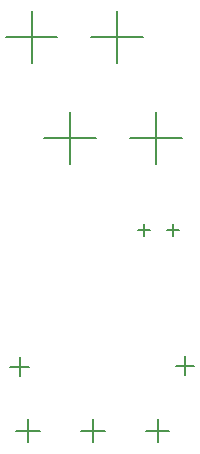
<source format=gbr>
G04*
G04 #@! TF.GenerationSoftware,Altium Limited,Altium Designer,23.4.1 (23)*
G04*
G04 Layer_Color=128*
%FSLAX44Y44*%
%MOMM*%
G71*
G04*
G04 #@! TF.SameCoordinates,01B2709E-CF7D-401B-80F6-C698A41CF17C*
G04*
G04*
G04 #@! TF.FilePolarity,Positive*
G04*
G01*
G75*
%ADD31C,0.1270*%
D31*
X98020Y387980D02*
X142020D01*
X120020Y365980D02*
Y409980D01*
X26020Y387980D02*
X70020D01*
X48020Y365980D02*
Y409980D01*
X59020Y303020D02*
X103020D01*
X81020Y281020D02*
Y325020D01*
X131020Y303020D02*
X175020D01*
X153020Y281020D02*
Y325020D01*
X30000Y109000D02*
X46000D01*
X38000Y101000D02*
Y117000D01*
X170000Y110000D02*
X186000D01*
X178000Y102000D02*
Y118000D01*
X90000Y55000D02*
X110000D01*
X100000Y45000D02*
Y65000D01*
X35250Y55000D02*
X55250D01*
X45250Y45000D02*
Y65000D01*
X144750Y55000D02*
X164750D01*
X154750Y45000D02*
Y65000D01*
X138000Y225000D02*
X148000D01*
X143000Y220000D02*
Y230000D01*
X163000Y225000D02*
X173000D01*
X168000Y220000D02*
Y230000D01*
M02*

</source>
